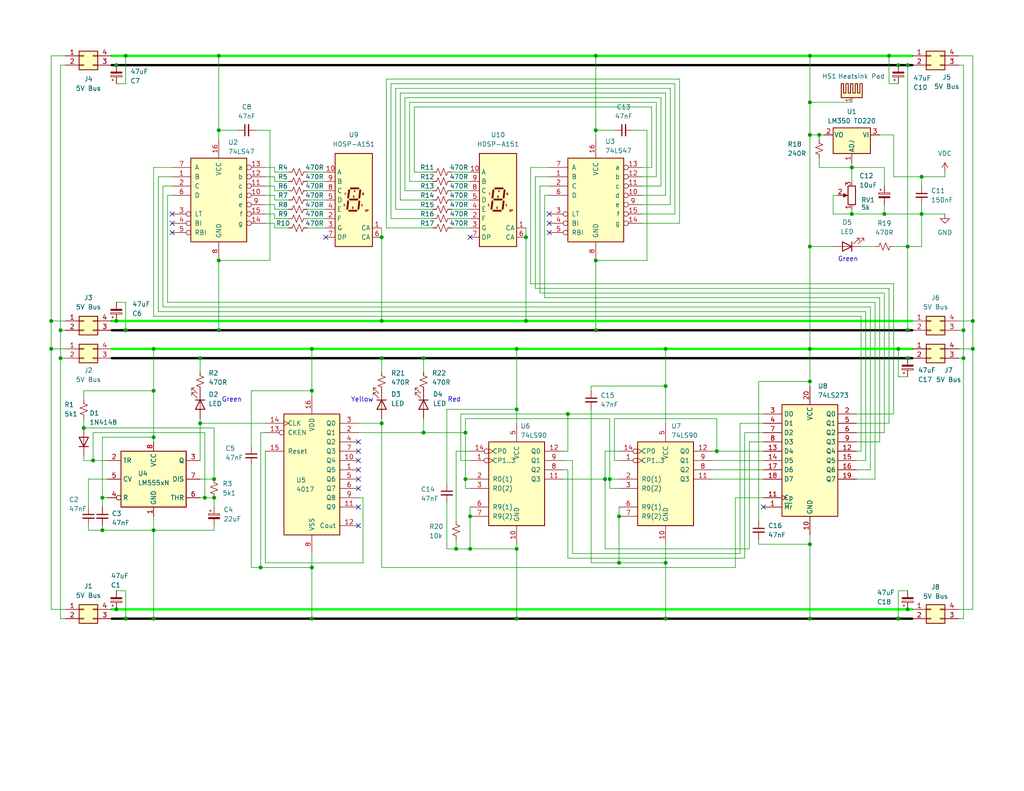
<source format=kicad_sch>
(kicad_sch (version 20250114) (generator "eeschema") (generator_version "9.0")
  (paper "USLetter")
  (title_block (title "Squarely") (date "2025-04-19") (rev "1") (company "Illusion Interactive"))
  (text "Yellow" (at 98.806 109.22 0) (effects (font (size 1.27 1.27))))
  (text "Red" (at 123.952 109.22 0) (effects (font (size 1.27 1.27))))
  (text "Green" (at 231.394 70.866 0) (effects (font (size 1.27 1.27))))
  (text "Green" (at 63.246 109.22 0) (effects (font (size 1.27 1.27))))
  (junction (at 25.4 125.73))
  (junction (at 220.98 104.14))
  (junction (at 220.98 27.94))
  (junction (at 232.41 45.72))
  (junction (at 247.65 166.37))
  (junction (at 220.98 148.59))
  (junction (at 115.57 97.79))
  (junction (at 245.11 95.25))
  (junction (at 13.97 95.25))
  (junction (at 85.09 106.68))
  (junction (at 223.52 36.83))
  (junction (at 154.94 113.03))
  (junction (at 251.46 48.26))
  (junction (at 128.27 149.86))
  (junction (at 54.61 115.57))
  (junction (at 115.57 118.11))
  (junction (at 34.29 168.91))
  (junction (at 59.69 71.12))
  (junction (at 181.61 168.91))
  (junction (at 85.09 95.25))
  (junction (at 162.56 71.12))
  (junction (at 140.97 95.25))
  (junction (at 59.69 90.17))
  (junction (at 262.89 97.79))
  (junction (at 140.97 149.86))
  (junction (at 22.86 116.84))
  (junction (at 85.09 168.91))
  (junction (at 251.46 58.42))
  (junction (at 27.94 144.78))
  (junction (at 41.91 106.68))
  (junction (at 262.89 90.17))
  (junction (at 181.61 105.41))
  (junction (at 31.75 166.37))
  (junction (at 16.51 90.17))
  (junction (at 34.29 90.17))
  (junction (at 58.42 135.89))
  (junction (at 143.51 87.63))
  (junction (at 41.91 119.38))
  (junction (at 128.27 140.97))
  (junction (at 220.98 168.91))
  (junction (at 247.65 17.78))
  (junction (at 220.98 15.24))
  (junction (at 241.3 58.42))
  (junction (at 140.97 111.76))
  (junction (at 181.61 95.25))
  (junction (at 247.65 67.31))
  (junction (at 140.97 168.91))
  (junction (at 242.57 15.24))
  (junction (at 220.98 95.25))
  (junction (at 54.61 97.79))
  (junction (at 165.1 130.81))
  (junction (at 195.58 123.19))
  (junction (at 31.75 87.63))
  (junction (at 247.65 90.17))
  (junction (at 127 118.11))
  (junction (at 71.12 154.94))
  (junction (at 162.56 15.24))
  (junction (at 41.91 144.78))
  (junction (at 41.91 168.91))
  (junction (at 34.29 15.24))
  (junction (at 55.88 135.89))
  (junction (at 59.69 15.24))
  (junction (at 162.56 90.17))
  (junction (at 162.56 35.56))
  (junction (at 220.98 36.83))
  (junction (at 41.91 95.25))
  (junction (at 85.09 154.94))
  (junction (at 265.43 87.63))
  (junction (at 245.11 168.91))
  (junction (at 168.91 153.67))
  (junction (at 104.14 64.77))
  (junction (at 13.97 87.63))
  (junction (at 58.42 130.81))
  (junction (at 127 130.81))
  (junction (at 124.46 149.86))
  (junction (at 104.14 115.57))
  (junction (at 265.43 95.25))
  (junction (at 245.11 17.78))
  (junction (at 181.61 153.67))
  (junction (at 104.14 97.79))
  (junction (at 31.75 17.78))
  (junction (at 59.69 35.56))
  (junction (at 232.41 58.42))
  (junction (at 168.91 140.97))
  (junction (at 220.98 67.31))
  (junction (at 104.14 87.63))
  (junction (at 143.51 64.77))
  (junction (at 16.51 97.79))
  (junction (at 27.94 135.89))
  (junction (at 247.65 97.79))
  (junction (at 166.37 130.81))
  (no_connect (at 208.28 138.43))
  (no_connect (at 46.99 58.42))
  (no_connect (at 149.86 63.5))
  (no_connect (at 149.86 60.96))
  (no_connect (at 97.79 123.19))
  (no_connect (at 97.79 138.43))
  (no_connect (at 97.79 128.27))
  (no_connect (at 97.79 130.81))
  (no_connect (at 88.9 64.77))
  (no_connect (at 97.79 120.65))
  (no_connect (at 97.79 143.51))
  (no_connect (at 46.99 60.96))
  (no_connect (at 46.99 63.5))
  (no_connect (at 97.79 133.35))
  (no_connect (at 128.27 64.77))
  (no_connect (at 97.79 125.73))
  (no_connect (at 149.86 58.42))
  (wire (pts (xy 127 130.81) (xy 128.27 130.81)))
  (wire (pts (xy 22.86 116.84) (xy 58.42 116.84)))
  (wire (pts (xy 34.29 15.24) (xy 59.69 15.24)) (stroke (width 0.635) (color 0 255 0 1)))
  (wire (pts (xy 41.91 106.68) (xy 41.91 119.38)))
  (wire (pts (xy 24.13 130.81) (xy 29.21 130.81)))
  (wire (pts (xy 233.68 118.11) (xy 241.3 118.11)))
  (wire (pts (xy 54.61 130.81) (xy 58.42 130.81)))
  (wire (pts (xy 180.34 26.67) (xy 110.49 26.67)))
  (wire (pts (xy 241.3 80.01) (xy 147.32 80.01)))
  (wire (pts (xy 121.92 149.86) (xy 124.46 149.86)))
  (wire (pts (xy 194.31 128.27) (xy 208.28 128.27)))
  (wire (pts (xy 165.1 130.81) (xy 165.1 123.19)))
  (wire (pts (xy 223.52 45.72) (xy 232.41 45.72)))
  (wire (pts (xy 85.09 95.25) (xy 85.09 106.68)))
  (wire (pts (xy 241.3 58.42) (xy 251.46 58.42)))
  (wire (pts (xy 127 114.3) (xy 166.37 114.3)))
  (wire (pts (xy 232.41 58.42) (xy 241.3 58.42)))
  (wire (pts (xy 127 118.11) (xy 127 130.81)))
  (wire (pts (xy 124.46 149.86) (xy 128.27 149.86)))
  (wire (pts (xy 123.19 54.61) (xy 128.27 54.61)))
  (wire (pts (xy 265.43 87.63) (xy 261.62 87.63)))
  (wire (pts (xy 99.06 153.67) (xy 99.06 135.89)))
  (wire (pts (xy 165.1 149.86) (xy 204.47 149.86)))
  (wire (pts (xy 185.42 60.96) (xy 185.42 21.59)))
  (wire (pts (xy 74.93 46.99) (xy 78.74 46.99)))
  (wire (pts (xy 83.82 59.69) (xy 88.9 59.69)))
  (wire (pts (xy 154.94 123.19) (xy 153.67 123.19)))
  (wire (pts (xy 243.84 36.83) (xy 243.84 48.26)))
  (wire (pts (xy 243.84 67.31) (xy 247.65 67.31)))
  (wire (pts (xy 175.26 48.26) (xy 179.07 48.26)))
  (wire (pts (xy 265.43 15.24) (xy 265.43 87.63)))
  (wire (pts (xy 147.32 50.8) (xy 149.86 50.8)))
  (wire (pts (xy 162.56 15.24) (xy 162.56 35.56)))
  (wire (pts (xy 234.95 123.19) (xy 233.68 123.19)))
  (wire (pts (xy 123.19 57.15) (xy 128.27 57.15)))
  (wire (pts (xy 125.73 125.73) (xy 125.73 113.03)))
  (wire (pts (xy 148.59 53.34) (xy 149.86 53.34)))
  (wire (pts (xy 140.97 149.86) (xy 140.97 168.91)))
  (wire (pts (xy 121.92 137.16) (xy 121.92 149.86)))
  (wire (pts (xy 128.27 140.97) (xy 128.27 149.86)))
  (wire (pts (xy 153.67 130.81) (xy 165.1 130.81)))
  (wire (pts (xy 140.97 111.76) (xy 140.97 115.57)))
  (wire (pts (xy 175.26 60.96) (xy 185.42 60.96)))
  (wire (pts (xy 123.19 52.07) (xy 128.27 52.07)))
  (wire (pts (xy 22.86 114.3) (xy 22.86 116.84)))
  (wire (pts (xy 220.98 95.25) (xy 245.11 95.25)) (stroke (width 0.635) (color 0 255 0 1)))
  (wire (pts (xy 85.09 154.94) (xy 85.09 151.13)))
  (wire (pts (xy 234.95 67.31) (xy 238.76 67.31)))
  (wire (pts (xy 177.8 45.72) (xy 177.8 29.21)))
  (wire (pts (xy 54.61 114.3) (xy 54.61 115.57)))
  (wire (pts (xy 181.61 95.25) (xy 220.98 95.25)) (stroke (width 0.635) (color 0 255 0 1)))
  (wire (pts (xy 24.13 143.51) (xy 24.13 144.78)))
  (wire (pts (xy 236.22 125.73) (xy 236.22 85.09)))
  (wire (pts (xy 242.57 22.86) (xy 245.11 22.86)))
  (wire (pts (xy 265.43 95.25) (xy 261.62 95.25)))
  (wire (pts (xy 261.62 17.78) (xy 262.89 17.78)))
  (wire (pts (xy 123.19 59.69) (xy 128.27 59.69)))
  (wire (pts (xy 194.31 123.19) (xy 195.58 123.19)))
  (wire (pts (xy 144.78 45.72) (xy 149.86 45.72)))
  (wire (pts (xy 59.69 90.17) (xy 162.56 90.17)) (stroke (width 0.635) (color 0 0 0 1)))
  (wire (pts (xy 85.09 95.25) (xy 140.97 95.25)) (stroke (width 0.635) (color 0 255 0 1)))
  (wire (pts (xy 168.91 125.73) (xy 167.64 125.73)))
  (wire (pts (xy 74.93 59.69) (xy 74.93 58.42)))
  (wire (pts (xy 72.39 118.11) (xy 71.12 118.11)))
  (wire (pts (xy 207.01 147.32) (xy 207.01 148.59)))
  (wire (pts (xy 220.98 15.24) (xy 220.98 27.94)))
  (wire (pts (xy 128.27 125.73) (xy 125.73 125.73)))
  (wire (pts (xy 242.57 115.57) (xy 242.57 78.74)))
  (wire (pts (xy 41.91 86.36) (xy 41.91 45.72)))
  (wire (pts (xy 128.27 138.43) (xy 128.27 140.97)))
  (wire (pts (xy 181.61 105.41) (xy 181.61 115.57)))
  (wire (pts (xy 146.05 78.74) (xy 146.05 48.26)))
  (wire (pts (xy 140.97 95.25) (xy 181.61 95.25)) (stroke (width 0.635) (color 0 255 0 1)))
  (wire (pts (xy 220.98 104.14) (xy 220.98 105.41)))
  (wire (pts (xy 29.21 125.73) (xy 25.4 125.73)))
  (wire (pts (xy 74.93 46.99) (xy 74.93 45.72)))
  (wire (pts (xy 24.13 144.78) (xy 27.94 144.78)))
  (wire (pts (xy 247.65 97.79) (xy 248.92 97.79)) (stroke (width 0.635) (color 0 0 0 1)))
  (wire (pts (xy 220.98 67.31) (xy 227.33 67.31)))
  (wire (pts (xy 161.29 105.41) (xy 181.61 105.41)))
  (wire (pts (xy 165.1 123.19) (xy 168.91 123.19)))
  (wire (pts (xy 13.97 87.63) (xy 17.78 87.63)))
  (wire (pts (xy 72.39 48.26) (xy 74.93 48.26)))
  (wire (pts (xy 162.56 35.56) (xy 162.56 38.1)))
  (wire (pts (xy 162.56 15.24) (xy 220.98 15.24)) (stroke (width 0.635) (color 0 255 0 1)))
  (wire (pts (xy 104.14 64.77) (xy 104.14 87.63)))
  (wire (pts (xy 161.29 111.76) (xy 161.29 153.67)))
  (wire (pts (xy 228.6 53.34) (xy 227.33 53.34)))
  (wire (pts (xy 113.03 29.21) (xy 113.03 46.99)))
  (wire (pts (xy 44.45 83.82) (xy 44.45 50.8)))
  (wire (pts (xy 74.93 49.53) (xy 74.93 48.26)))
  (wire (pts (xy 143.51 87.63) (xy 248.92 87.63)) (stroke (width 0.635) (color 0 255 0 1)))
  (wire (pts (xy 181.61 153.67) (xy 181.61 168.91)))
  (wire (pts (xy 201.93 115.57) (xy 201.93 151.13)))
  (wire (pts (xy 154.94 128.27) (xy 154.94 152.4)))
  (wire (pts (xy 30.48 15.24) (xy 34.29 15.24)) (stroke (width 0.635) (color 0 255 0 1)))
  (wire (pts (xy 121.92 111.76) (xy 140.97 111.76)))
  (wire (pts (xy 162.56 71.12) (xy 162.56 90.17)))
  (wire (pts (xy 176.53 35.56) (xy 176.53 71.12)))
  (wire (pts (xy 154.94 113.03) (xy 154.94 123.19)))
  (wire (pts (xy 104.14 97.79) (xy 104.14 101.6)))
  (wire (pts (xy 242.57 15.24) (xy 242.57 22.86)))
  (wire (pts (xy 22.86 106.68) (xy 22.86 109.22)))
  (wire (pts (xy 72.39 45.72) (xy 74.93 45.72)))
  (wire (pts (xy 115.57 114.3) (xy 115.57 118.11)))
  (wire (pts (xy 200.66 135.89) (xy 200.66 154.94)))
  (wire (pts (xy 74.93 57.15) (xy 74.93 55.88)))
  (wire (pts (xy 223.52 43.18) (xy 223.52 45.72)))
  (wire (pts (xy 71.12 118.11) (xy 71.12 154.94)))
  (wire (pts (xy 85.09 168.91) (xy 140.97 168.91)) (stroke (width 0.635) (color 0 0 0 1)))
  (wire (pts (xy 181.61 25.4) (xy 109.22 25.4)))
  (wire (pts (xy 194.31 125.73) (xy 208.28 125.73)))
  (wire (pts (xy 59.69 15.24) (xy 162.56 15.24)) (stroke (width 0.635) (color 0 255 0 1)))
  (wire (pts (xy 58.42 135.89) (xy 58.42 138.43)))
  (wire (pts (xy 257.81 48.26) (xy 251.46 48.26)))
  (wire (pts (xy 13.97 95.25) (xy 13.97 166.37)))
  (wire (pts (xy 201.93 115.57) (xy 208.28 115.57)))
  (wire (pts (xy 74.93 54.61) (xy 74.93 53.34)))
  (wire (pts (xy 72.39 60.96) (xy 74.93 60.96)))
  (wire (pts (xy 143.51 64.77) (xy 143.51 87.63)))
  (wire (pts (xy 72.39 55.88) (xy 74.93 55.88)))
  (wire (pts (xy 34.29 82.55) (xy 34.29 90.17)))
  (wire (pts (xy 168.91 130.81) (xy 166.37 130.81)))
  (wire (pts (xy 245.11 168.91) (xy 248.92 168.91)) (stroke (width 0.635) (color 0 0 0 1)))
  (wire (pts (xy 124.46 147.32) (xy 124.46 149.86)))
  (wire (pts (xy 83.82 52.07) (xy 88.9 52.07)))
  (wire (pts (xy 111.76 27.94) (xy 111.76 49.53)))
  (wire (pts (xy 85.09 154.94) (xy 85.09 168.91)))
  (wire (pts (xy 154.94 113.03) (xy 208.28 113.03)))
  (wire (pts (xy 72.39 123.19) (xy 72.39 153.67)))
  (wire (pts (xy 105.41 21.59) (xy 105.41 62.23)))
  (wire (pts (xy 45.72 53.34) (xy 46.99 53.34)))
  (wire (pts (xy 115.57 97.79) (xy 247.65 97.79)) (stroke (width 0.635) (color 0 0 0 1)))
  (wire (pts (xy 29.21 135.89) (xy 27.94 135.89)))
  (wire (pts (xy 30.48 90.17) (xy 34.29 90.17)) (stroke (width 0.635) (color 0 0 0 1)))
  (wire (pts (xy 175.26 53.34) (xy 181.61 53.34)))
  (wire (pts (xy 203.2 152.4) (xy 203.2 118.11)))
  (wire (pts (xy 247.65 67.31) (xy 247.65 90.17)))
  (wire (pts (xy 45.72 82.55) (xy 45.72 53.34)))
  (wire (pts (xy 22.86 106.68) (xy 41.91 106.68)))
  (wire (pts (xy 55.88 135.89) (xy 55.88 118.11)))
  (wire (pts (xy 30.48 168.91) (xy 34.29 168.91)) (stroke (width 0.635) (color 0 0 0 1)))
  (wire (pts (xy 262.89 90.17) (xy 262.89 97.79)))
  (wire (pts (xy 220.98 15.24) (xy 242.57 15.24)) (stroke (width 0.635) (color 0 255 0 1)))
  (wire (pts (xy 153.67 125.73) (xy 156.21 125.73)))
  (wire (pts (xy 59.69 35.56) (xy 59.69 38.1)))
  (wire (pts (xy 168.91 140.97) (xy 168.91 153.67)))
  (wire (pts (xy 68.58 127) (xy 68.58 154.94)))
  (wire (pts (xy 13.97 15.24) (xy 13.97 87.63)))
  (wire (pts (xy 156.21 125.73) (xy 156.21 151.13)))
  (wire (pts (xy 247.65 102.87) (xy 245.11 102.87)))
  (wire (pts (xy 168.91 153.67) (xy 181.61 153.67)))
  (wire (pts (xy 115.57 118.11) (xy 127 118.11)))
  (wire (pts (xy 227.33 58.42) (xy 232.41 58.42)))
  (wire (pts (xy 234.95 123.19) (xy 234.95 86.36)))
  (wire (pts (xy 146.05 48.26) (xy 149.86 48.26)))
  (wire (pts (xy 265.43 95.25) (xy 265.43 166.37)))
  (wire (pts (xy 123.19 49.53) (xy 128.27 49.53)))
  (wire (pts (xy 182.88 24.13) (xy 107.95 24.13)))
  (wire (pts (xy 220.98 148.59) (xy 220.98 168.91)))
  (wire (pts (xy 83.82 49.53) (xy 88.9 49.53)))
  (wire (pts (xy 30.48 17.78) (xy 31.75 17.78)) (stroke (width 0.635) (color 0 0 0 1)))
  (wire (pts (xy 184.15 22.86) (xy 106.68 22.86)))
  (wire (pts (xy 72.39 50.8) (xy 74.93 50.8)))
  (wire (pts (xy 74.93 62.23) (xy 78.74 62.23)))
  (wire (pts (xy 247.65 166.37) (xy 248.92 166.37)) (stroke (width 0.635) (color 0 255 0 1)))
  (wire (pts (xy 74.93 59.69) (xy 78.74 59.69)))
  (wire (pts (xy 113.03 46.99) (xy 118.11 46.99)))
  (wire (pts (xy 233.68 125.73) (xy 236.22 125.73)))
  (wire (pts (xy 83.82 46.99) (xy 88.9 46.99)))
  (wire (pts (xy 41.91 144.78) (xy 58.42 144.78)))
  (wire (pts (xy 247.65 161.29) (xy 245.11 161.29)))
  (wire (pts (xy 262.89 97.79) (xy 261.62 97.79)))
  (wire (pts (xy 27.94 144.78) (xy 27.94 143.51)))
  (wire (pts (xy 74.93 62.23) (xy 74.93 60.96)))
  (wire (pts (xy 181.61 168.91) (xy 220.98 168.91)) (stroke (width 0.635) (color 0 0 0 1)))
  (wire (pts (xy 257.81 46.99) (xy 257.81 48.26)))
  (wire (pts (xy 262.89 17.78) (xy 262.89 90.17)))
  (wire (pts (xy 242.57 78.74) (xy 146.05 78.74)))
  (wire (pts (xy 237.49 128.27) (xy 237.49 83.82)))
  (wire (pts (xy 110.49 52.07) (xy 118.11 52.07)))
  (wire (pts (xy 162.56 90.17) (xy 247.65 90.17)) (stroke (width 0.635) (color 0 0 0 1)))
  (wire (pts (xy 156.21 151.13) (xy 201.93 151.13)))
  (wire (pts (xy 31.75 166.37) (xy 247.65 166.37)) (stroke (width 0.635) (color 0 255 0 1)))
  (wire (pts (xy 245.11 95.25) (xy 245.11 102.87)))
  (wire (pts (xy 123.19 62.23) (xy 128.27 62.23)))
  (wire (pts (xy 74.93 57.15) (xy 78.74 57.15)))
  (wire (pts (xy 220.98 95.25) (xy 220.98 104.14)))
  (wire (pts (xy 110.49 26.67) (xy 110.49 52.07)))
  (wire (pts (xy 242.57 15.24) (xy 248.92 15.24)) (stroke (width 0.635) (color 0 255 0 1)))
  (wire (pts (xy 16.51 17.78) (xy 16.51 90.17)))
  (wire (pts (xy 262.89 90.17) (xy 261.62 90.17)))
  (wire (pts (xy 30.48 87.63) (xy 31.75 87.63)) (stroke (width 0.635) (color 0 255 0 1)))
  (wire (pts (xy 27.94 119.38) (xy 41.91 119.38)))
  (wire (pts (xy 175.26 55.88) (xy 182.88 55.88)))
  (wire (pts (xy 27.94 135.89) (xy 27.94 138.43)))
  (wire (pts (xy 30.48 97.79) (xy 54.61 97.79)) (stroke (width 0.635) (color 0 0 0 1)))
  (wire (pts (xy 257.81 58.42) (xy 251.46 58.42)))
  (wire (pts (xy 154.94 152.4) (xy 203.2 152.4)))
  (wire (pts (xy 251.46 48.26) (xy 251.46 50.8)))
  (wire (pts (xy 41.91 144.78) (xy 41.91 168.91)))
  (wire (pts (xy 232.41 58.42) (xy 232.41 57.15)))
  (wire (pts (xy 236.22 85.09) (xy 43.18 85.09)))
  (wire (pts (xy 72.39 53.34) (xy 74.93 53.34)))
  (wire (pts (xy 194.31 130.81) (xy 208.28 130.81)))
  (wire (pts (xy 223.52 36.83) (xy 224.79 36.83)))
  (wire (pts (xy 31.75 82.55) (xy 34.29 82.55)))
  (wire (pts (xy 207.01 104.14) (xy 220.98 104.14)))
  (wire (pts (xy 251.46 67.31) (xy 247.65 67.31)))
  (wire (pts (xy 27.94 144.78) (xy 41.91 144.78)))
  (wire (pts (xy 203.2 118.11) (xy 208.28 118.11)))
  (wire (pts (xy 261.62 15.24) (xy 265.43 15.24)))
  (wire (pts (xy 262.89 168.91) (xy 261.62 168.91)))
  (wire (pts (xy 41.91 86.36) (xy 234.95 86.36)))
  (wire (pts (xy 34.29 161.29) (xy 34.29 168.91)))
  (wire (pts (xy 25.4 118.11) (xy 25.4 125.73)))
  (wire (pts (xy 182.88 55.88) (xy 182.88 24.13)))
  (wire (pts (xy 140.97 168.91) (xy 181.61 168.91)) (stroke (width 0.635) (color 0 0 0 1)))
  (wire (pts (xy 54.61 97.79) (xy 104.14 97.79)) (stroke (width 0.635) (color 0 0 0 1)))
  (wire (pts (xy 233.68 120.65) (xy 240.03 120.65)))
  (wire (pts (xy 140.97 148.59) (xy 140.97 149.86)))
  (wire (pts (xy 41.91 95.25) (xy 85.09 95.25)) (stroke (width 0.635) (color 0 255 0 1)))
  (wire (pts (xy 232.41 45.72) (xy 241.3 45.72)))
  (wire (pts (xy 223.52 36.83) (xy 220.98 36.83)))
  (wire (pts (xy 34.29 15.24) (xy 34.29 22.86)))
  (wire (pts (xy 44.45 50.8) (xy 46.99 50.8)))
  (wire (pts (xy 243.84 48.26) (xy 251.46 48.26)))
  (wire (pts (xy 238.76 82.55) (xy 45.72 82.55)))
  (wire (pts (xy 184.15 58.42) (xy 184.15 22.86)))
  (wire (pts (xy 16.51 97.79) (xy 16.51 168.91)))
  (wire (pts (xy 124.46 123.19) (xy 124.46 142.24)))
  (wire (pts (xy 41.91 45.72) (xy 46.99 45.72)))
  (wire (pts (xy 168.91 133.35) (xy 166.37 133.35)))
  (wire (pts (xy 161.29 153.67) (xy 168.91 153.67)))
  (wire (pts (xy 179.07 27.94) (xy 111.76 27.94)))
  (wire (pts (xy 83.82 57.15) (xy 88.9 57.15)))
  (wire (pts (xy 220.98 27.94) (xy 232.41 27.94)))
  (wire (pts (xy 251.46 55.88) (xy 251.46 58.42)))
  (wire (pts (xy 59.69 35.56) (xy 64.77 35.56)))
  (wire (pts (xy 41.91 95.25) (xy 41.91 106.68)))
  (wire (pts (xy 204.47 149.86) (xy 204.47 120.65)))
  (wire (pts (xy 233.68 113.03) (xy 243.84 113.03)))
  (wire (pts (xy 111.76 49.53) (xy 118.11 49.53)))
  (wire (pts (xy 232.41 45.72) (xy 232.41 44.45)))
  (wire (pts (xy 161.29 106.68) (xy 161.29 105.41)))
  (wire (pts (xy 144.78 77.47) (xy 144.78 45.72)))
  (wire (pts (xy 97.79 115.57) (xy 104.14 115.57)))
  (wire (pts (xy 245.11 17.78) (xy 247.65 17.78)) (stroke (width 0.635) (color 0 0 0 1)))
  (wire (pts (xy 181.61 148.59) (xy 181.61 153.67)))
  (wire (pts (xy 241.3 118.11) (xy 241.3 80.01)))
  (wire (pts (xy 247.65 17.78) (xy 248.92 17.78)) (stroke (width 0.635) (color 0 0 0 1)))
  (wire (pts (xy 166.37 130.81) (xy 166.37 133.35)))
  (wire (pts (xy 167.64 114.3) (xy 195.58 114.3)))
  (wire (pts (xy 262.89 97.79) (xy 262.89 168.91)))
  (wire (pts (xy 175.26 58.42) (xy 184.15 58.42)))
  (wire (pts (xy 55.88 135.89) (xy 54.61 135.89)))
  (wire (pts (xy 240.03 81.28) (xy 148.59 81.28)))
  (wire (pts (xy 220.98 168.91) (xy 245.11 168.91)) (stroke (width 0.635) (color 0 0 0 1)))
  (wire (pts (xy 105.41 62.23) (xy 118.11 62.23)))
  (wire (pts (xy 104.14 62.23) (xy 104.14 64.77)))
  (wire (pts (xy 265.43 87.63) (xy 265.43 95.25)))
  (wire (pts (xy 175.26 45.72) (xy 177.8 45.72)))
  (wire (pts (xy 72.39 153.67) (xy 99.06 153.67)))
  (wire (pts (xy 220.98 27.94) (xy 220.98 36.83)))
  (wire (pts (xy 185.42 21.59) (xy 105.41 21.59)))
  (wire (pts (xy 128.27 149.86) (xy 140.97 149.86)))
  (wire (pts (xy 69.85 35.56) (xy 73.66 35.56)))
  (wire (pts (xy 223.52 38.1) (xy 223.52 36.83)))
  (wire (pts (xy 128.27 123.19) (xy 124.46 123.19)))
  (wire (pts (xy 233.68 128.27) (xy 237.49 128.27)))
  (wire (pts (xy 59.69 71.12) (xy 59.69 90.17)))
  (wire (pts (xy 208.28 135.89) (xy 200.66 135.89)))
  (wire (pts (xy 16.51 97.79) (xy 17.78 97.79)))
  (wire (pts (xy 43.18 85.09) (xy 43.18 48.26)))
  (wire (pts (xy 54.61 115.57) (xy 72.39 115.57)))
  (wire (pts (xy 238.76 130.81) (xy 238.76 82.55)))
  (wire (pts (xy 181.61 95.25) (xy 181.61 105.41)))
  (wire (pts (xy 115.57 97.79) (xy 115.57 101.6)))
  (wire (pts (xy 27.94 135.89) (xy 27.94 119.38)))
  (wire (pts (xy 233.68 130.81) (xy 238.76 130.81)))
  (wire (pts (xy 220.98 146.05) (xy 220.98 148.59)))
  (wire (pts (xy 55.88 118.11) (xy 25.4 118.11)))
  (wire (pts (xy 177.8 29.21) (xy 113.03 29.21)))
  (wire (pts (xy 24.13 138.43) (xy 24.13 130.81)))
  (wire (pts (xy 125.73 113.03) (xy 154.94 113.03)))
  (wire (pts (xy 17.78 15.24) (xy 13.97 15.24)))
  (wire (pts (xy 240.03 120.65) (xy 240.03 81.28)))
  (wire (pts (xy 13.97 87.63) (xy 13.97 95.25)))
  (wire (pts (xy 34.29 90.17) (xy 59.69 90.17)) (stroke (width 0.635) (color 0 0 0 1)))
  (wire (pts (xy 243.84 113.03) (xy 243.84 77.47)))
  (wire (pts (xy 162.56 35.56) (xy 167.64 35.56)))
  (wire (pts (xy 41.91 140.97) (xy 41.91 144.78)))
  (wire (pts (xy 107.95 24.13) (xy 107.95 57.15)))
  (wire (pts (xy 247.65 90.17) (xy 248.92 90.17)) (stroke (width 0.635) (color 0 0 0 1)))
  (wire (pts (xy 227.33 53.34) (xy 227.33 58.42)))
  (wire (pts (xy 72.39 58.42) (xy 74.93 58.42)))
  (wire (pts (xy 59.69 71.12) (xy 73.66 71.12)))
  (wire (pts (xy 232.41 45.72) (xy 232.41 49.53)))
  (wire (pts (xy 181.61 53.34) (xy 181.61 25.4)))
  (wire (pts (xy 109.22 25.4) (xy 109.22 54.61)))
  (wire (pts (xy 25.4 125.73) (xy 22.86 125.73)))
  (wire (pts (xy 54.61 115.57) (xy 54.61 125.73)))
  (wire (pts (xy 140.97 95.25) (xy 140.97 111.76)))
  (wire (pts (xy 168.91 138.43) (xy 168.91 140.97)))
  (wire (pts (xy 106.68 59.69) (xy 118.11 59.69)))
  (wire (pts (xy 251.46 67.31) (xy 251.46 58.42)))
  (wire (pts (xy 68.58 154.94) (xy 71.12 154.94)))
  (wire (pts (xy 68.58 121.92) (xy 68.58 106.68)))
  (wire (pts (xy 127 130.81) (xy 127 133.35)))
  (wire (pts (xy 247.65 17.78) (xy 247.65 67.31)))
  (wire (pts (xy 176.53 71.12) (xy 162.56 71.12)))
  (wire (pts (xy 34.29 168.91) (xy 41.91 168.91)) (stroke (width 0.635) (color 0 0 0 1)))
  (wire (pts (xy 207.01 148.59) (xy 220.98 148.59)))
  (wire (pts (xy 99.06 135.89) (xy 97.79 135.89)))
  (wire (pts (xy 41.91 168.91) (xy 85.09 168.91)) (stroke (width 0.635) (color 0 0 0 1)))
  (wire (pts (xy 17.78 17.78) (xy 16.51 17.78)))
  (wire (pts (xy 31.75 22.86) (xy 34.29 22.86)))
  (wire (pts (xy 83.82 54.61) (xy 88.9 54.61)))
  (wire (pts (xy 44.45 83.82) (xy 237.49 83.82)))
  (wire (pts (xy 179.07 48.26) (xy 179.07 27.94)))
  (wire (pts (xy 74.93 49.53) (xy 78.74 49.53)))
  (wire (pts (xy 121.92 132.08) (xy 121.92 111.76)))
  (wire (pts (xy 143.51 62.23) (xy 143.51 64.77)))
  (wire (pts (xy 109.22 54.61) (xy 118.11 54.61)))
  (wire (pts (xy 54.61 97.79) (xy 54.61 101.6)))
  (wire (pts (xy 200.66 154.94) (xy 104.14 154.94)))
  (wire (pts (xy 58.42 116.84) (xy 58.42 130.81)))
  (wire (pts (xy 13.97 95.25) (xy 17.78 95.25)))
  (wire (pts (xy 41.91 119.38) (xy 41.91 120.65)))
  (wire (pts (xy 220.98 36.83) (xy 220.98 67.31)))
  (wire (pts (xy 207.01 142.24) (xy 207.01 104.14)))
  (wire (pts (xy 55.88 135.89) (xy 58.42 135.89)))
  (wire (pts (xy 243.84 77.47) (xy 144.78 77.47)))
  (wire (pts (xy 128.27 133.35) (xy 127 133.35)))
  (wire (pts (xy 195.58 114.3) (xy 195.58 123.19)))
  (wire (pts (xy 74.93 52.07) (xy 78.74 52.07)))
  (wire (pts (xy 31.75 87.63) (xy 104.14 87.63)) (stroke (width 0.635) (color 0 255 0 1)))
  (wire (pts (xy 74.93 54.61) (xy 78.74 54.61)))
  (wire (pts (xy 73.66 35.56) (xy 73.66 71.12)))
  (wire (pts (xy 16.51 90.17) (xy 16.51 97.79)))
  (wire (pts (xy 241.3 55.88) (xy 241.3 58.42)))
  (wire (pts (xy 241.3 50.8) (xy 241.3 45.72)))
  (wire (pts (xy 180.34 50.8) (xy 180.34 26.67)))
  (wire (pts (xy 31.75 161.29) (xy 34.29 161.29)))
  (wire (pts (xy 104.14 114.3) (xy 104.14 115.57)))
  (wire (pts (xy 30.48 166.37) (xy 31.75 166.37)) (stroke (width 0.635) (color 0 255 0 1)))
  (wire (pts (xy 43.18 48.26) (xy 46.99 48.26)))
  (wire (pts (xy 104.14 87.63) (xy 143.51 87.63)) (stroke (width 0.635) (color 0 255 0 1)))
  (wire (pts (xy 74.93 52.07) (xy 74.93 50.8)))
  (wire (pts (xy 245.11 161.29) (xy 245.11 168.91)))
  (wire (pts (xy 175.26 50.8) (xy 180.34 50.8)))
  (wire (pts (xy 195.58 123.19) (xy 208.28 123.19)))
  (wire (pts (xy 85.09 106.68) (xy 85.09 107.95)))
  (wire (pts (xy 166.37 130.81) (xy 166.37 114.3)))
  (wire (pts (xy 245.11 95.25) (xy 248.92 95.25)) (stroke (width 0.635) (color 0 255 0 1)))
  (wire (pts (xy 265.43 166.37) (xy 261.62 166.37)))
  (wire (pts (xy 104.14 115.57) (xy 104.14 154.94)))
  (wire (pts (xy 30.48 95.25) (xy 41.91 95.25)) (stroke (width 0.635) (color 0 255 0 1)))
  (wire (pts (xy 167.64 125.73) (xy 167.64 114.3)))
  (wire (pts (xy 31.75 17.78) (xy 245.11 17.78)) (stroke (width 0.635) (color 0 0 0 1)))
  (wire (pts (xy 22.86 124.46) (xy 22.86 125.73)))
  (wire (pts (xy 59.69 15.24) (xy 59.69 35.56)))
  (wire (pts (xy 106.68 22.86) (xy 106.68 59.69)))
  (wire (pts (xy 240.03 36.83) (xy 243.84 36.83)))
  (wire (pts (xy 104.14 97.79) (xy 115.57 97.79)) (stroke (width 0.635) (color 0 0 0 1)))
  (wire (pts (xy 220.98 67.31) (xy 220.98 95.25)))
  (wire (pts (xy 165.1 130.81) (xy 165.1 149.86)))
  (wire (pts (xy 83.82 62.23) (xy 88.9 62.23)))
  (wire (pts (xy 147.32 80.01) (xy 147.32 50.8)))
  (wire (pts (xy 68.58 106.68) (xy 85.09 106.68)))
  (wire (pts (xy 233.68 115.57) (xy 242.57 115.57)))
  (wire (pts (xy 153.67 128.27) (xy 154.94 128.27)))
  (wire (pts (xy 71.12 154.94) (xy 85.09 154.94)))
  (wire (pts (xy 204.47 120.65) (xy 208.28 120.65)))
  (wire (pts (xy 123.19 46.99) (xy 128.27 46.99)))
  (wire (pts (xy 172.72 35.56) (xy 176.53 35.56)))
  (wire (pts (xy 127 114.3) (xy 127 118.11)))
  (wire (pts (xy 107.95 57.15) (xy 118.11 57.15)))
  (wire (pts (xy 58.42 143.51) (xy 58.42 144.78)))
  (wire (pts (xy 148.59 81.28) (xy 148.59 53.34)))
  (wire (pts (xy 16.51 90.17) (xy 17.78 90.17)))
  (wire (pts (xy 13.97 166.37) (xy 17.78 166.37)))
  (wire (pts (xy 97.79 118.11) (xy 115.57 118.11)))
  (wire (pts (xy 16.51 168.91) (xy 17.78 168.91)))
  (symbol (lib_id "Device:C_Small") (at 27.94 140.97 0) (unit 1)
    (property "Reference" "C3" (at 30.48 140.208 0) (effects (justify left)))
    (property "Value" "47nF" (at 30.48 142.748 0) (effects (justify left)))
    (property "Description" "Unpolarized capacitor, small symbol" (effects (hide yes)))
  )
  (symbol (lib_id "Device:R_Small_US") (at 115.57 104.14 0) (unit 1)
    (property "Reference" "R22" (at 117.856 101.854 0) (effects (justify left)))
    (property "Value" "470R" (at 117.856 104.394 0) (effects (justify left)))
    (property "Description" "Resistor, small US symbol" (effects (hide yes)))
  )
  (symbol (lib_id "74xx:74LS90") (at 181.61 130.81 0) (unit 1)
    (property "Reference" "U7" (at 183.134 116.332 0) (effects (justify left)))
    (property "Value" "74LS90" (at 183.134 118.872 0) (effects (justify left)))
    (property "Datasheet" "http://www.ti.com/lit/gpn/sn74LS90" (effects (hide yes)))
    (property "Description" "BCD Counter ( div 2 & div 5 )" (effects (hide yes)))
  )
  (symbol (lib_id "Device:C_Small") (at 161.29 109.22 0) (unit 1)
    (property "Reference" "C15" (at 163.83 107.9562 0) (effects (justify left)))
    (property "Value" "47nF" (at 163.83 110.4962 0) (effects (justify left)))
    (property "Description" "Unpolarized capacitor, small symbol" (effects (hide yes)))
  )
  (symbol (lib_id "74xx:74LS47") (at 162.56 53.34 0) (unit 1)
    (property "Reference" "U3" (at 165.1 38.608 0) (effects (justify left)))
    (property "Value" "74LS47" (at 165.1 41.148 0) (effects (justify left)))
    (property "Datasheet" "http://www.ti.com/lit/gpn/sn74LS47" (effects (hide yes)))
    (property "Description" "BCD to 7-segment Driver, Open Collector, 30V outputs" (effects (hide yes)))
  )
  (symbol (lib_id "Device:R_Small_US") (at 120.65 59.69 90) (unit 1)
    (property "Reference" "R16" (at 116.586 58.42 90))
    (property "Value" "470R" (at 125.222 58.42 90))
    (property "Description" "Resistor, small US symbol" (effects (hide yes)))
  )
  (symbol (lib_id "Device:C_Polarized_Small") (at 31.75 85.09 0) (mirror x) (unit 1)
    (property "Reference" "C6" (at 36.068 85.598 0) (effects (justify left)))
    (property "Value" "47uF" (at 36.068 83.058 0) (effects (justify left)))
    (property "Description" "Polarized capacitor, small symbol" (effects (hide yes)))
  )
  (symbol (lib_id "Device:R_Small_US") (at 120.65 52.07 90) (unit 1)
    (property "Reference" "R13" (at 116.586 50.8 90))
    (property "Value" "470R" (at 125.222 50.8 90))
    (property "Description" "Resistor, small US symbol" (effects (hide yes)))
  )
  (symbol (lib_id "Device:C_Polarized_Small") (at 245.11 20.32 0) (mirror x) (unit 1)
    (property "Reference" "C10" (at 249.174 23.876 0) (effects (justify left)))
    (property "Value" "47uF" (at 249.174 21.336 0) (effects (justify left)))
    (property "Description" "Polarized capacitor, small symbol" (effects (hide yes)))
  )
  (symbol (lib_id "Diode:1N4148") (at 22.86 120.65 90) (unit 1)
    (property "Reference" "D1" (at 24.384 112.776 90) (effects (justify right)))
    (property "Value" "1N4148" (at 24.384 115.316 90) (effects (justify right)))
    (property "Footprint" "Diode_THT:D_DO-35_SOD27_P7.62mm_Horizontal" (effects (hide yes)))
    (property "Datasheet" "https://assets.nexperia.com/documents/data-sheet/1N4148_1N4448.pdf" (effects (hide yes)))
    (property "Description" "100V 0.15A standard switching diode, DO-35" (effects (hide yes)))
    (property "Sim.Device" "D" (effects (hide yes)))
    (property "Sim.Pins" "1=K 2=A" (effects (hide yes)))
  )
  (symbol (lib_id "Mechanical:Heatsink_Pad") (at 232.41 25.4 0) (unit 1) (exclude_from_sim yes)
    (property "Reference" "HS1" (at 224.282 20.828 0) (effects (justify left)))
    (property "Value" "Heatsink Pad" (at 228.6 20.828 0) (effects (justify left)))
    (property "Description" "Heatsink with electrical connection, 1 pin" (effects (hide yes)))
  )
  (symbol (lib_id "Device:LED") (at 115.57 110.49 270) (unit 1)
    (property "Reference" "D4" (at 118.11 107.6324 90) (effects (justify left)))
    (property "Value" "LED" (at 118.11 110.1724 90) (effects (justify left)))
    (property "Description" "Light emitting diode" (effects (hide yes)))
    (property "Sim.Pins" "1=K 2=A" (effects (hide yes)))
  )
  (symbol (lib_id "Device:R_Potentiometer") (at 232.41 53.34 180) (unit 1)
    (property "Reference" "RV1" (at 234.95 54.61 0) (effects (justify right)))
    (property "Value" "5k" (at 234.95 56.642 0) (effects (justify right)))
    (property "Description" "Potentiometer" (effects (hide yes)))
  )
  (symbol (lib_id "Connector_Generic:Conn_02x02_Counter_Clockwise") (at 254 87.63 0) (unit 1)
    (property "Reference" "J6" (at 255.27 81.28 0))
    (property "Value" "5V Bus" (at 255.27 83.82 0))
    (property "Description" "Generic connector, double row, 02x02, counter clockwise pin numbering scheme (similar to DIP package numbering), script generated (kicad-library-utils/schlib/autogen/connector/)" (effects (hide yes)))
  )
  (symbol (lib_id "Device:C_Small") (at 121.92 134.62 0) (unit 1)
    (property "Reference" "C14" (at 114.808 133.604 0) (effects (justify left)))
    (property "Value" "47nF" (at 114.808 136.144 0) (effects (justify left)))
    (property "Description" "Unpolarized capacitor, small symbol" (effects (hide yes)))
  )
  (symbol (lib_id "Device:C_Small") (at 67.31 35.56 90) (unit 1)
    (property "Reference" "C8" (at 67.3163 29.21 90))
    (property "Value" "47nF" (at 67.3163 31.75 90))
    (property "Description" "Unpolarized capacitor, small symbol" (effects (hide yes)))
  )
  (symbol (lib_id "Device:LED") (at 231.14 67.31 180) (unit 1)
    (property "Reference" "D5" (at 231.14 60.706 0))
    (property "Value" "LED" (at 231.14 63.246 0))
    (property "Description" "Light emitting diode" (effects (hide yes)))
    (property "Sim.Pins" "1=K 2=A" (effects (hide yes)))
  )
  (symbol (lib_id "Device:R_Small_US") (at 120.65 49.53 90) (unit 1)
    (property "Reference" "R12" (at 116.586 48.26 90))
    (property "Value" "470R" (at 125.222 48.26 90))
    (property "Description" "Resistor, small US symbol" (effects (hide yes)))
  )
  (symbol (lib_id "Device:R_Small_US") (at 223.52 40.64 0) (unit 1)
    (property "Reference" "R18" (at 214.884 39.37 0) (effects (justify left)))
    (property "Value" "240R" (at 214.884 41.91 0) (effects (justify left)))
    (property "Description" "Resistor, small US symbol" (effects (hide yes)))
  )
  (symbol (lib_id "Device:LED") (at 54.61 110.49 270) (unit 1)
    (property "Reference" "D2" (at 56.896 107.696 90) (effects (justify left)))
    (property "Value" "LED" (at 56.896 110.236 90) (effects (justify left)))
    (property "Description" "Light emitting diode" (effects (hide yes)))
    (property "Sim.Pins" "1=K 2=A" (effects (hide yes)))
  )
  (symbol (lib_id "74xx:74LS273") (at 220.98 125.73 0) (unit 1)
    (property "Reference" "U8" (at 223.1233 105.41 0) (effects (justify left)))
    (property "Value" "74LS273" (at 223.1233 107.95 0) (effects (justify left)))
    (property "Datasheet" "http://www.ti.com/lit/gpn/sn74LS273" (effects (hide yes)))
    (property "Description" "8-bit D Flip-Flop, reset" (effects (hide yes)))
  )
  (symbol (lib_id "Connector_Generic:Conn_02x02_Counter_Clockwise") (at 22.86 95.25 0) (unit 1)
    (property "Reference" "J2" (at 24.13 101.092 0))
    (property "Value" "5V Bus" (at 24.13 103.632 0))
    (property "Description" "Generic connector, double row, 02x02, counter clockwise pin numbering scheme (similar to DIP package numbering), script generated (kicad-library-utils/schlib/autogen/connector/)" (effects (hide yes)))
  )
  (symbol (lib_id "Device:C_Small") (at 68.58 124.46 0) (unit 1)
    (property "Reference" "C5" (at 61.468 122.428 0) (effects (justify left)))
    (property "Value" "47nF" (at 61.468 124.968 0) (effects (justify left)))
    (property "Description" "Unpolarized capacitor, small symbol" (effects (hide yes)))
  )
  (symbol (lib_id "Device:C_Polarized_Small") (at 31.75 20.32 0) (mirror x) (unit 1)
    (property "Reference" "C7" (at 35.56 22.098 0) (effects (justify left)))
    (property "Value" "47uF" (at 35.56 19.558 0) (effects (justify left)))
    (property "Description" "Polarized capacitor, small symbol" (effects (hide yes)))
  )
  (symbol (lib_id "Connector_Generic:Conn_02x02_Counter_Clockwise") (at 254 15.24 0) (unit 1)
    (property "Reference" "J5" (at 258.318 21.082 0))
    (property "Value" "5V Bus" (at 258.318 23.622 0))
    (property "Description" "Generic connector, double row, 02x02, counter clockwise pin numbering scheme (similar to DIP package numbering), script generated (kicad-library-utils/schlib/autogen/connector/)" (effects (hide yes)))
  )
  (symbol (lib_id "Device:LED") (at 104.14 110.49 270) (unit 1)
    (property "Reference" "D3" (at 106.68 107.6324 90) (effects (justify left)))
    (property "Value" "LED" (at 106.68 110.1724 90) (effects (justify left)))
    (property "Description" "Light emitting diode" (effects (hide yes)))
    (property "Sim.Pins" "1=K 2=A" (effects (hide yes)))
  )
  (symbol (lib_id "Connector_Generic:Conn_02x02_Counter_Clockwise") (at 22.86 87.63 0) (unit 1)
    (property "Reference" "J3" (at 24.13 81.28 0))
    (property "Value" "5V Bus" (at 24.13 83.82 0))
    (property "Description" "Generic connector, double row, 02x02, counter clockwise pin numbering scheme (similar to DIP package numbering), script generated (kicad-library-utils/schlib/autogen/connector/)" (effects (hide yes)))
  )
  (symbol (lib_id "Device:R_Small_US") (at 104.14 104.14 0) (unit 1)
    (property "Reference" "R21" (at 106.68 101.854 0) (effects (justify left)))
    (property "Value" "470R" (at 106.68 104.394 0) (effects (justify left)))
    (property "Description" "Resistor, small US symbol" (effects (hide yes)))
  )
  (symbol (lib_id "Device:R_Small_US") (at 54.61 104.14 0) (unit 1)
    (property "Reference" "R2" (at 56.896 101.854 0) (effects (justify left)))
    (property "Value" "470R" (at 56.896 104.394 0) (effects (justify left)))
    (property "Description" "Resistor, small US symbol" (effects (hide yes)))
  )
  (symbol (lib_id "power:GND") (at 257.81 58.42 0) (unit 1)
    (property "Reference" "#PWR02" (effects (hide yes)))
    (property "Value" "GND" (at 257.81 63.5 0))
    (property "Description" "Power symbol creates a global label with name \"GND\" , ground" (effects (hide yes)))
  )
  (symbol (lib_id "Device:C_Polarized_Small") (at 247.65 100.33 0) (mirror x) (unit 1)
    (property "Reference" "C17" (at 250.444 103.632 0) (effects (justify left)))
    (property "Value" "47uF" (at 250.444 101.092 0) (effects (justify left)))
    (property "Description" "Polarized capacitor, small symbol" (effects (hide yes)))
  )
  (symbol (lib_id "Device:C_Small") (at 251.46 53.34 0) (unit 1)
    (property "Reference" "C11" (at 254 52.0762 0) (effects (justify left)))
    (property "Value" "150nF" (at 254 54.6162 0) (effects (justify left)))
    (property "Description" "Unpolarized capacitor, small symbol" (effects (hide yes)))
  )
  (symbol (lib_id "Device:R_Small_US") (at 22.86 111.76 0) (unit 1)
    (property "Reference" "R1" (at 17.526 110.49 0) (effects (justify left)))
    (property "Value" "5k1" (at 17.526 113.03 0) (effects (justify left)))
    (property "Description" "Resistor, small US symbol" (effects (hide yes)))
  )
  (symbol (lib_id "Timer:LM555xN") (at 41.91 130.81 0) (unit 1)
    (property "Reference" "U4" (at 37.592 129.286 0) (effects (justify left)))
    (property "Value" "LM555xN" (at 37.592 131.826 0) (effects (justify left)))
    (property "Footprint" "Package_DIP:DIP-8_W7.62mm" (effects (hide yes)))
    (property "Datasheet" "http://www.ti.com/lit/ds/symlink/lm555.pdf" (effects (hide yes)))
    (property "Description" "Timer, 555 compatible, PDIP-8" (effects (hide yes)))
  )
  (symbol (lib_id "Device:R_Small_US") (at 124.46 144.78 0) (unit 1)
    (property "Reference" "R20" (at 117.094 143.764 0) (effects (justify left)))
    (property "Value" "10k" (at 117.094 146.304 0) (effects (justify left)))
    (property "Description" "Resistor, small US symbol" (effects (hide yes)))
  )
  (symbol (lib_id "Device:C_Polarized_Small") (at 58.42 140.97 0) (unit 1)
    (property "Reference" "C4" (at 60.96 139.1538 0) (effects (justify left)))
    (property "Value" "22uF" (at 60.96 141.6938 0) (effects (justify left)))
    (property "Description" "Polarized capacitor, small symbol" (effects (hide yes)))
  )
  (symbol (lib_id "74xx:74LS90") (at 140.97 130.81 0) (unit 1)
    (property "Reference" "U6" (at 141.986 116.332 0) (effects (justify left)))
    (property "Value" "74LS90" (at 141.986 118.872 0) (effects (justify left)))
    (property "Datasheet" "http://www.ti.com/lit/gpn/sn74LS90" (effects (hide yes)))
    (property "Description" "BCD Counter ( div 2 & div 5 )" (effects (hide yes)))
  )
  (symbol (lib_id "Display_Character:HDSP-A151") (at 135.89 54.61 0) (unit 1)
    (property "Reference" "U10" (at 135.89 36.83 0))
    (property "Value" "HDSP-A151" (at 135.89 39.37 0))
    (property "Footprint" "Display_7Segment:HDSP-A151" (effects (hide yes)))
    (property "Datasheet" "https://docs.broadcom.com/docs/AV02-2553EN" (effects (hide yes)))
    (property "Description" "One digit 7 segment red, common anode" (effects (hide yes)))
  )
  (symbol (lib_id "Device:R_Small_US") (at 120.65 54.61 90) (unit 1)
    (property "Reference" "R14" (at 116.586 53.34 90))
    (property "Value" "470R" (at 125.222 53.34 90))
    (property "Description" "Resistor, small US symbol" (effects (hide yes)))
  )
  (symbol (lib_id "Connector_Generic:Conn_02x02_Counter_Clockwise") (at 22.86 15.24 0) (unit 1)
    (property "Reference" "J4" (at 24.13 21.59 0))
    (property "Value" "5V Bus" (at 24.13 24.13 0))
    (property "Description" "Generic connector, double row, 02x02, counter clockwise pin numbering scheme (similar to DIP package numbering), script generated (kicad-library-utils/schlib/autogen/connector/)" (effects (hide yes)))
  )
  (symbol (lib_id "Device:R_Small_US") (at 241.3 67.31 270) (unit 1)
    (property "Reference" "R19" (at 241.3 60.96 90))
    (property "Value" "470R" (at 241.3 63.5 90))
    (property "Description" "Resistor, small US symbol" (effects (hide yes)))
  )
  (symbol (lib_id "Device:R_Small_US") (at 120.65 57.15 90) (unit 1)
    (property "Reference" "R15" (at 116.586 55.88 90))
    (property "Value" "470R" (at 125.222 55.88 90))
    (property "Description" "Resistor, small US symbol" (effects (hide yes)))
  )
  (symbol (lib_id "Device:R_Small_US") (at 81.28 57.15 90) (unit 1)
    (property "Reference" "R8" (at 77.216 55.88 90))
    (property "Value" "470R" (at 85.852 55.88 90))
    (property "Description" "Resistor, small US symbol" (effects (hide yes)))
  )
  (symbol (lib_id "Device:C_Polarized_Small") (at 247.65 163.83 0) (mirror x) (unit 1)
    (property "Reference" "C18" (at 239.268 164.338 0) (effects (justify left)))
    (property "Value" "47uF" (at 239.268 161.798 0) (effects (justify left)))
    (property "Description" "Polarized capacitor, small symbol" (effects (hide yes)))
  )
  (symbol (lib_id "Connector_Generic:Conn_02x02_Counter_Clockwise") (at 254 166.37 0) (unit 1)
    (property "Reference" "J8" (at 255.27 160.274 0))
    (property "Value" "5V Bus" (at 255.27 162.814 0))
    (property "Description" "Generic connector, double row, 02x02, counter clockwise pin numbering scheme (similar to DIP package numbering), script generated (kicad-library-utils/schlib/autogen/connector/)" (effects (hide yes)))
  )
  (symbol (lib_id "Connector_Generic:Conn_02x02_Counter_Clockwise") (at 254 95.25 0) (unit 1)
    (property "Reference" "J7" (at 258.826 101.092 0))
    (property "Value" "5V Bus" (at 258.826 103.632 0))
    (property "Description" "Generic connector, double row, 02x02, counter clockwise pin numbering scheme (similar to DIP package numbering), script generated (kicad-library-utils/schlib/autogen/connector/)" (effects (hide yes)))
  )
  (symbol (lib_id "Device:C_Small") (at 207.01 144.78 0) (unit 1)
    (property "Reference" "C16" (at 209.55 143.5162 0) (effects (justify left)))
    (property "Value" "47nF" (at 209.55 146.0562 0) (effects (justify left)))
    (property "Description" "Unpolarized capacitor, small symbol" (effects (hide yes)))
  )
  (symbol (lib_id "74xx:74LS47") (at 59.69 53.34 0) (unit 1)
    (property "Reference" "U2" (at 62.23 38.862 0) (effects (justify left)))
    (property "Value" "74LS47" (at 62.23 41.402 0) (effects (justify left)))
    (property "Datasheet" "http://www.ti.com/lit/gpn/sn74LS47" (effects (hide yes)))
    (property "Description" "BCD to 7-segment Driver, Open Collector, 30V outputs" (effects (hide yes)))
  )
  (symbol (lib_id "Device:C_Polarized_Small") (at 241.3 53.34 0) (unit 1)
    (property "Reference" "C12" (at 234.442 48.006 0) (effects (justify left)))
    (property "Value" "10uF" (at 234.442 50.546 0) (effects (justify left)))
    (property "Description" "Polarized capacitor, small symbol" (effects (hide yes)))
  )
  (symbol (lib_id "power:VDC") (at 257.81 46.99 0) (unit 1)
    (property "Reference" "#PWR01" (effects (hide yes)))
    (property "Value" "VDC" (at 257.81 41.91 0))
    (property "Description" "Power symbol creates a global label with name \"VDC\"" (effects (hide yes)))
  )
  (symbol (lib_id "Device:R_Small_US") (at 81.28 52.07 90) (unit 1)
    (property "Reference" "R6" (at 77.216 50.8 90))
    (property "Value" "470R" (at 85.852 50.8 90))
    (property "Description" "Resistor, small US symbol" (effects (hide yes)))
  )
  (symbol (lib_id "Connector_Generic:Conn_02x02_Counter_Clockwise") (at 22.86 166.37 0) (unit 1)
    (property "Reference" "J1" (at 24.13 160.02 0))
    (property "Value" "5V Bus" (at 24.13 162.56 0))
    (property "Description" "Generic connector, double row, 02x02, counter clockwise pin numbering scheme (similar to DIP package numbering), script generated (kicad-library-utils/schlib/autogen/connector/)" (effects (hide yes)))
  )
  (symbol (lib_id "Device:C_Polarized_Small") (at 31.75 163.83 0) (mirror x) (unit 1)
    (property "Reference" "C1" (at 30.226 159.766 0) (effects (justify left)))
    (property "Value" "47uF" (at 30.226 157.226 0) (effects (justify left)))
    (property "Description" "Polarized capacitor, small symbol" (effects (hide yes)))
  )
  (symbol (lib_id "Device:R_Small_US") (at 120.65 46.99 90) (unit 1)
    (property "Reference" "R11" (at 116.586 45.72 90))
    (property "Value" "470R" (at 125.222 45.72 90))
    (property "Description" "Resistor, small US symbol" (effects (hide yes)))
  )
  (symbol (lib_id "Device:R_Small_US") (at 81.28 54.61 90) (unit 1)
    (property "Reference" "R7" (at 77.216 53.34 90))
    (property "Value" "470R" (at 85.852 53.34 90))
    (property "Description" "Resistor, small US symbol" (effects (hide yes)))
  )
  (symbol (lib_id "Display_Character:HDSP-A151") (at 96.52 54.61 0) (unit 1)
    (property "Reference" "U9" (at 96.52 36.83 0))
    (property "Value" "HDSP-A151" (at 96.52 39.37 0))
    (property "Footprint" "Display_7Segment:HDSP-A151" (effects (hide yes)))
    (property "Datasheet" "https://docs.broadcom.com/docs/AV02-2553EN" (effects (hide yes)))
    (property "Description" "One digit 7 segment red, common anode" (effects (hide yes)))
  )
  (symbol (lib_id "Device:R_Small_US") (at 58.42 133.35 0) (unit 1)
    (property "Reference" "R3" (at 60.706 132.08 0) (effects (justify left)))
    (property "Value" "5k1" (at 60.706 134.62 0) (effects (justify left)))
    (property "Description" "Resistor, small US symbol" (effects (hide yes)))
  )
  (symbol (lib_id "Device:R_Small_US") (at 81.28 62.23 90) (unit 1)
    (property "Reference" "R10" (at 77.216 60.96 90))
    (property "Value" "470R" (at 85.852 60.96 90))
    (property "Description" "Resistor, small US symbol" (effects (hide yes)))
  )
  (symbol (lib_id "Device:R_Small_US") (at 81.28 59.69 90) (unit 1)
    (property "Reference" "R9" (at 77.216 58.42 90))
    (property "Value" "470R" (at 85.852 58.42 90))
    (property "Description" "Resistor, small US symbol" (effects (hide yes)))
  )
  (symbol (lib_id "Device:R_Small_US") (at 81.28 46.99 90) (unit 1)
    (property "Reference" "R4" (at 77.216 45.72 90))
    (property "Value" "470R" (at 85.852 45.72 90))
    (property "Description" "Resistor, small US symbol" (effects (hide yes)))
  )
  (symbol (lib_id "Regulator_Linear:LM350_TO220") (at 232.41 36.83 0) (mirror y) (unit 1)
    (property "Reference" "U1" (at 232.41 30.48 0))
    (property "Value" "LM350 TO220" (at 232.41 33.02 0))
    (property "Footprint" "Package_TO_SOT_THT:TO-220-3_Vertical" (effects (hide yes)))
    (property "Datasheet" "https://www.onsemi.com/pub/Collateral/LM350-D.pdf" (effects (hide yes)))
    (property "Description" "3A 33V Adjustable Linear Regulator, TO-220" (effects (hide yes)))
  )
  (symbol (lib_id "Device:C_Small") (at 24.13 140.97 0) (unit 1)
    (property "Reference" "C2" (at 18.796 136.398 0) (effects (justify left)))
    (property "Value" "47nF" (at 18.796 138.938 0) (effects (justify left)))
    (property "Description" "Unpolarized capacitor, small symbol" (effects (hide yes)))
  )
  (symbol (lib_id "4xxx:4017") (at 85.09 128.27 0) (unit 1)
    (property "Reference" "U5" (at 80.772 131.064 0) (effects (justify left)))
    (property "Value" "4017" (at 80.772 133.604 0) (effects (justify left)))
    (property "Datasheet" "http://www.intersil.com/content/dam/Intersil/documents/cd40/cd4017bms-22bms.pdf" (effects (hide yes)))
    (property "Description" "Johnson Counter ( 10 outputs )" (effects (hide yes)))
  )
  (symbol (lib_id "Device:R_Small_US") (at 120.65 62.23 90) (unit 1)
    (property "Reference" "R17" (at 116.586 60.96 90))
    (property "Value" "470R" (at 125.222 60.96 90))
    (property "Description" "Resistor, small US symbol" (effects (hide yes)))
  )
  (symbol (lib_id "Device:C_Small") (at 170.18 35.56 90) (unit 1)
    (property "Reference" "C13" (at 170.1863 29.21 90))
    (property "Value" "47nF" (at 170.1863 31.75 90))
    (property "Description" "Unpolarized capacitor, small symbol" (effects (hide yes)))
  )
  (symbol (lib_id "Device:R_Small_US") (at 81.28 49.53 90) (unit 1)
    (property "Reference" "R5" (at 77.216 48.26 90))
    (property "Value" "470R" (at 85.852 48.26 90))
    (property "Description" "Resistor, small US symbol" (effects (hide yes)))
  )
)
</source>
